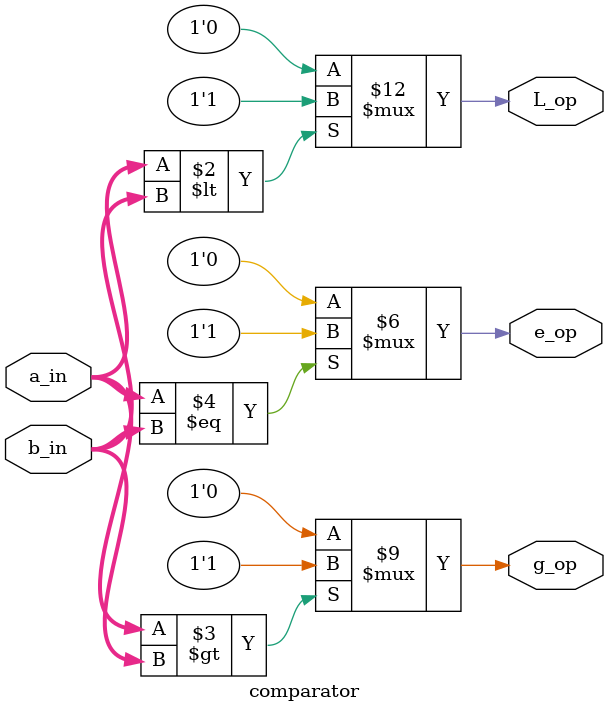
<source format=v>
module comparator(a_in, b_in, L_op,g_op,e_op);

input [3:0] a_in;
input [3:0] b_in;
output L_op;
output g_op;
output e_op;
reg L_op,g_op,e_op;
always @ (a_in,b_in) begin
if (a_in < b_in)
  L_op=1'b1;
else
  L_op=1'b0;
if (a_in > b_in)
  g_op=1'b1;
else
  g_op=1'b0;
if (a_in == b_in)
  e_op=1'b1;
else
  e_op=1'b0;
end
endmodule

</source>
